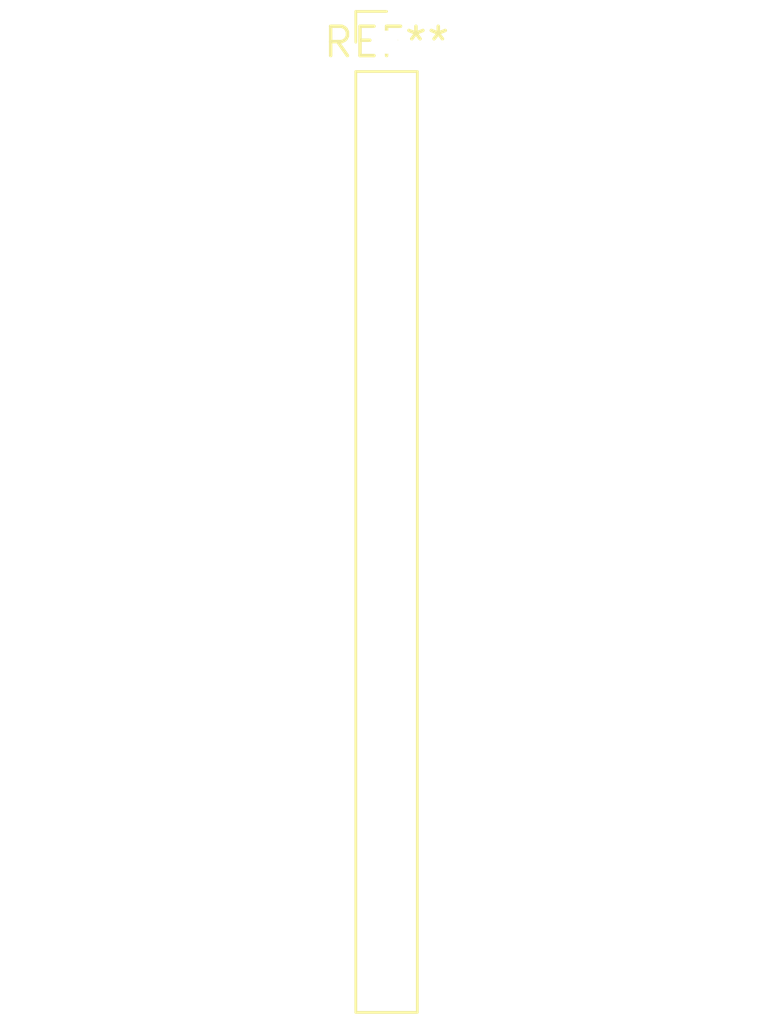
<source format=kicad_pcb>
(kicad_pcb (version 20240108) (generator pcbnew)
  (layers (0 "F.Cu" signal) (31 "B.Cu" signal) (34 "B.Paste" user) (35 "F.Paste" user) (36 "B.SilkS" user "B.Silkscreen") (37 "F.SilkS" user "F.Silkscreen") (38 "B.Mask" user) (39 "F.Mask" user) (44 "Edge.Cuts" user))
  (net 0 "")
  (footprint "PinHeader_1x17_P2.54mm_Vertical" (layer "F.Cu") (at 0 0)
    (property "Reference" "REF**")
    (property "Value" "PinHeader_1x17_P2.54mm_Vertical")
    (fp_line (start -1.33 -1.33) (end 0 -1.33) (layer "F.SilkS") (stroke (width 0.12)))
    (fp_line (start -1.33 0) (end -1.33 -1.33) (layer "F.SilkS") (stroke (width 0.12)))
    (fp_line (start -1.33 1.27) (end -1.33 41.97) (layer "F.SilkS") (stroke (width 0.12)))
    (fp_line (start -1.33 1.27) (end 1.33 1.27) (layer "F.SilkS") (stroke (width 0.12)))
    (fp_line (start -1.33 41.97) (end 1.33 41.97) (layer "F.SilkS") (stroke (width 0.12)))
    (fp_line (start 1.33 1.27) (end 1.33 41.97) (layer "F.SilkS") (stroke (width 0.12)))
    (pad "1" thru_hole rect (at 0 0) (size 1.7 1.7) (drill 1) (layers *.Cu *.Mask) (remove_unused_layers))
    (pad "2" thru_hole oval (at 0 2.54) (size 1.7 1.7) (drill 1) (layers *.Cu *.Mask) (remove_unused_layers))
    (pad "3" thru_hole oval (at 0 5.08) (size 1.7 1.7) (drill 1) (layers *.Cu *.Mask) (remove_unused_layers))
    (pad "4" thru_hole oval (at 0 7.62) (size 1.7 1.7) (drill 1) (layers *.Cu *.Mask) (remove_unused_layers))
    (pad "5" thru_hole oval (at 0 10.16) (size 1.7 1.7) (drill 1) (layers *.Cu *.Mask) (remove_unused_layers))
    (pad "6" thru_hole oval (at 0 12.7) (size 1.7 1.7) (drill 1) (layers *.Cu *.Mask) (remove_unused_layers))
    (pad "7" thru_hole oval (at 0 15.24) (size 1.7 1.7) (drill 1) (layers *.Cu *.Mask) (remove_unused_layers))
    (pad "8" thru_hole oval (at 0 17.78) (size 1.7 1.7) (drill 1) (layers *.Cu *.Mask) (remove_unused_layers))
    (pad "9" thru_hole oval (at 0 20.32) (size 1.7 1.7) (drill 1) (layers *.Cu *.Mask) (remove_unused_layers))
    (pad "10" thru_hole oval (at 0 22.86) (size 1.7 1.7) (drill 1) (layers *.Cu *.Mask) (remove_unused_layers))
    (pad "11" thru_hole oval (at 0 25.4) (size 1.7 1.7) (drill 1) (layers *.Cu *.Mask) (remove_unused_layers))
    (pad "12" thru_hole oval (at 0 27.94) (size 1.7 1.7) (drill 1) (layers *.Cu *.Mask) (remove_unused_layers))
    (pad "13" thru_hole oval (at 0 30.48) (size 1.7 1.7) (drill 1) (layers *.Cu *.Mask) (remove_unused_layers))
    (pad "14" thru_hole oval (at 0 33.02) (size 1.7 1.7) (drill 1) (layers *.Cu *.Mask) (remove_unused_layers))
    (pad "15" thru_hole oval (at 0 35.56) (size 1.7 1.7) (drill 1) (layers *.Cu *.Mask) (remove_unused_layers))
    (pad "16" thru_hole oval (at 0 38.1) (size 1.7 1.7) (drill 1) (layers *.Cu *.Mask) (remove_unused_layers))
    (pad "17" thru_hole oval (at 0 40.64) (size 1.7 1.7) (drill 1) (layers *.Cu *.Mask) (remove_unused_layers))
  )
)
</source>
